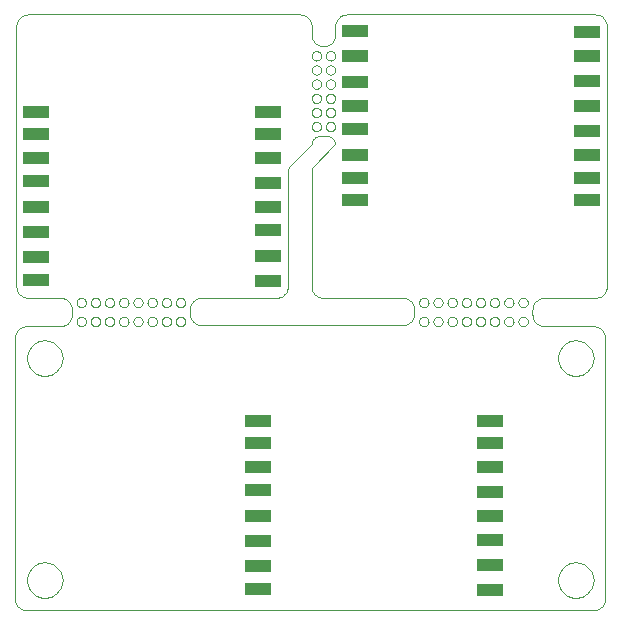
<source format=gbp>
G75*
%MOIN*%
%OFA0B0*%
%FSLAX24Y24*%
%IPPOS*%
%LPD*%
%AMOC8*
5,1,8,0,0,1.08239X$1,22.5*
%
%ADD10C,0.0000*%
%ADD11R,0.0860X0.0420*%
D10*
X003717Y001725D02*
X003717Y010398D01*
X003719Y010437D01*
X003725Y010475D01*
X003734Y010512D01*
X003747Y010549D01*
X003764Y010584D01*
X003783Y010617D01*
X003806Y010648D01*
X003832Y010677D01*
X003861Y010703D01*
X003892Y010726D01*
X003925Y010745D01*
X003960Y010762D01*
X003997Y010775D01*
X004034Y010784D01*
X004072Y010790D01*
X004111Y010792D01*
X005225Y010792D01*
X005225Y010791D02*
X005264Y010793D01*
X005302Y010799D01*
X005339Y010808D01*
X005376Y010821D01*
X005411Y010838D01*
X005444Y010857D01*
X005475Y010880D01*
X005504Y010906D01*
X005530Y010935D01*
X005553Y010966D01*
X005572Y010999D01*
X005589Y011034D01*
X005602Y011071D01*
X005611Y011108D01*
X005617Y011146D01*
X005619Y011185D01*
X005618Y011185D02*
X005618Y011264D01*
X005619Y011342D01*
X005776Y011579D02*
X005778Y011604D01*
X005784Y011628D01*
X005793Y011650D01*
X005806Y011671D01*
X005822Y011690D01*
X005841Y011706D01*
X005862Y011719D01*
X005884Y011728D01*
X005908Y011734D01*
X005933Y011736D01*
X005958Y011734D01*
X005982Y011728D01*
X006004Y011719D01*
X006025Y011706D01*
X006044Y011690D01*
X006060Y011671D01*
X006073Y011650D01*
X006082Y011628D01*
X006088Y011604D01*
X006090Y011579D01*
X006088Y011554D01*
X006082Y011530D01*
X006073Y011508D01*
X006060Y011487D01*
X006044Y011468D01*
X006025Y011452D01*
X006004Y011439D01*
X005982Y011430D01*
X005958Y011424D01*
X005933Y011422D01*
X005908Y011424D01*
X005884Y011430D01*
X005862Y011439D01*
X005841Y011452D01*
X005822Y011468D01*
X005806Y011487D01*
X005793Y011508D01*
X005784Y011530D01*
X005778Y011554D01*
X005776Y011579D01*
X005225Y011736D02*
X004161Y011736D01*
X004122Y011738D01*
X004084Y011744D01*
X004047Y011753D01*
X004010Y011766D01*
X003975Y011783D01*
X003942Y011802D01*
X003911Y011825D01*
X003882Y011851D01*
X003856Y011880D01*
X003833Y011911D01*
X003814Y011944D01*
X003797Y011979D01*
X003784Y012016D01*
X003775Y012053D01*
X003769Y012091D01*
X003767Y012130D01*
X003767Y020791D01*
X003769Y020830D01*
X003775Y020868D01*
X003784Y020905D01*
X003797Y020942D01*
X003814Y020977D01*
X003833Y021010D01*
X003856Y021041D01*
X003882Y021070D01*
X003911Y021096D01*
X003942Y021119D01*
X003975Y021138D01*
X004010Y021155D01*
X004047Y021168D01*
X004084Y021177D01*
X004122Y021183D01*
X004161Y021185D01*
X013216Y021185D01*
X013254Y021183D01*
X013293Y021177D01*
X013330Y021168D01*
X013366Y021155D01*
X013401Y021139D01*
X013435Y021119D01*
X013466Y021096D01*
X013494Y021070D01*
X013520Y021041D01*
X013543Y021010D01*
X013563Y020977D01*
X013580Y020942D01*
X013593Y020906D01*
X013602Y020869D01*
X013608Y020831D01*
X013610Y020792D01*
X013609Y020792D02*
X013610Y020515D01*
X013609Y020515D02*
X013611Y020476D01*
X013617Y020438D01*
X013626Y020401D01*
X013639Y020364D01*
X013656Y020330D01*
X013676Y020297D01*
X013699Y020266D01*
X013725Y020237D01*
X013753Y020211D01*
X013784Y020188D01*
X013818Y020168D01*
X013852Y020152D01*
X013889Y020139D01*
X013926Y020130D01*
X013964Y020124D01*
X014003Y020122D01*
X014004Y020122D01*
X013611Y019807D02*
X013613Y019832D01*
X013619Y019856D01*
X013628Y019878D01*
X013641Y019899D01*
X013657Y019918D01*
X013676Y019934D01*
X013697Y019947D01*
X013719Y019956D01*
X013743Y019962D01*
X013768Y019964D01*
X013793Y019962D01*
X013817Y019956D01*
X013839Y019947D01*
X013860Y019934D01*
X013879Y019918D01*
X013895Y019899D01*
X013908Y019878D01*
X013917Y019856D01*
X013923Y019832D01*
X013925Y019807D01*
X013923Y019782D01*
X013917Y019758D01*
X013908Y019736D01*
X013895Y019715D01*
X013879Y019696D01*
X013860Y019680D01*
X013839Y019667D01*
X013817Y019658D01*
X013793Y019652D01*
X013768Y019650D01*
X013743Y019652D01*
X013719Y019658D01*
X013697Y019667D01*
X013676Y019680D01*
X013657Y019696D01*
X013641Y019715D01*
X013628Y019736D01*
X013619Y019758D01*
X013613Y019782D01*
X013611Y019807D01*
X013611Y019335D02*
X013613Y019360D01*
X013619Y019384D01*
X013628Y019406D01*
X013641Y019427D01*
X013657Y019446D01*
X013676Y019462D01*
X013697Y019475D01*
X013719Y019484D01*
X013743Y019490D01*
X013768Y019492D01*
X013793Y019490D01*
X013817Y019484D01*
X013839Y019475D01*
X013860Y019462D01*
X013879Y019446D01*
X013895Y019427D01*
X013908Y019406D01*
X013917Y019384D01*
X013923Y019360D01*
X013925Y019335D01*
X013923Y019310D01*
X013917Y019286D01*
X013908Y019264D01*
X013895Y019243D01*
X013879Y019224D01*
X013860Y019208D01*
X013839Y019195D01*
X013817Y019186D01*
X013793Y019180D01*
X013768Y019178D01*
X013743Y019180D01*
X013719Y019186D01*
X013697Y019195D01*
X013676Y019208D01*
X013657Y019224D01*
X013641Y019243D01*
X013628Y019264D01*
X013619Y019286D01*
X013613Y019310D01*
X013611Y019335D01*
X013611Y018863D02*
X013613Y018888D01*
X013619Y018912D01*
X013628Y018934D01*
X013641Y018955D01*
X013657Y018974D01*
X013676Y018990D01*
X013697Y019003D01*
X013719Y019012D01*
X013743Y019018D01*
X013768Y019020D01*
X013793Y019018D01*
X013817Y019012D01*
X013839Y019003D01*
X013860Y018990D01*
X013879Y018974D01*
X013895Y018955D01*
X013908Y018934D01*
X013917Y018912D01*
X013923Y018888D01*
X013925Y018863D01*
X013923Y018838D01*
X013917Y018814D01*
X013908Y018792D01*
X013895Y018771D01*
X013879Y018752D01*
X013860Y018736D01*
X013839Y018723D01*
X013817Y018714D01*
X013793Y018708D01*
X013768Y018706D01*
X013743Y018708D01*
X013719Y018714D01*
X013697Y018723D01*
X013676Y018736D01*
X013657Y018752D01*
X013641Y018771D01*
X013628Y018792D01*
X013619Y018814D01*
X013613Y018838D01*
X013611Y018863D01*
X014084Y018863D02*
X014086Y018888D01*
X014092Y018912D01*
X014101Y018934D01*
X014114Y018955D01*
X014130Y018974D01*
X014149Y018990D01*
X014170Y019003D01*
X014192Y019012D01*
X014216Y019018D01*
X014241Y019020D01*
X014266Y019018D01*
X014290Y019012D01*
X014312Y019003D01*
X014333Y018990D01*
X014352Y018974D01*
X014368Y018955D01*
X014381Y018934D01*
X014390Y018912D01*
X014396Y018888D01*
X014398Y018863D01*
X014396Y018838D01*
X014390Y018814D01*
X014381Y018792D01*
X014368Y018771D01*
X014352Y018752D01*
X014333Y018736D01*
X014312Y018723D01*
X014290Y018714D01*
X014266Y018708D01*
X014241Y018706D01*
X014216Y018708D01*
X014192Y018714D01*
X014170Y018723D01*
X014149Y018736D01*
X014130Y018752D01*
X014114Y018771D01*
X014101Y018792D01*
X014092Y018814D01*
X014086Y018838D01*
X014084Y018863D01*
X014084Y019335D02*
X014086Y019360D01*
X014092Y019384D01*
X014101Y019406D01*
X014114Y019427D01*
X014130Y019446D01*
X014149Y019462D01*
X014170Y019475D01*
X014192Y019484D01*
X014216Y019490D01*
X014241Y019492D01*
X014266Y019490D01*
X014290Y019484D01*
X014312Y019475D01*
X014333Y019462D01*
X014352Y019446D01*
X014368Y019427D01*
X014381Y019406D01*
X014390Y019384D01*
X014396Y019360D01*
X014398Y019335D01*
X014396Y019310D01*
X014390Y019286D01*
X014381Y019264D01*
X014368Y019243D01*
X014352Y019224D01*
X014333Y019208D01*
X014312Y019195D01*
X014290Y019186D01*
X014266Y019180D01*
X014241Y019178D01*
X014216Y019180D01*
X014192Y019186D01*
X014170Y019195D01*
X014149Y019208D01*
X014130Y019224D01*
X014114Y019243D01*
X014101Y019264D01*
X014092Y019286D01*
X014086Y019310D01*
X014084Y019335D01*
X014084Y019807D02*
X014086Y019832D01*
X014092Y019856D01*
X014101Y019878D01*
X014114Y019899D01*
X014130Y019918D01*
X014149Y019934D01*
X014170Y019947D01*
X014192Y019956D01*
X014216Y019962D01*
X014241Y019964D01*
X014266Y019962D01*
X014290Y019956D01*
X014312Y019947D01*
X014333Y019934D01*
X014352Y019918D01*
X014368Y019899D01*
X014381Y019878D01*
X014390Y019856D01*
X014396Y019832D01*
X014398Y019807D01*
X014396Y019782D01*
X014390Y019758D01*
X014381Y019736D01*
X014368Y019715D01*
X014352Y019696D01*
X014333Y019680D01*
X014312Y019667D01*
X014290Y019658D01*
X014266Y019652D01*
X014241Y019650D01*
X014216Y019652D01*
X014192Y019658D01*
X014170Y019667D01*
X014149Y019680D01*
X014130Y019696D01*
X014114Y019715D01*
X014101Y019736D01*
X014092Y019758D01*
X014086Y019782D01*
X014084Y019807D01*
X014004Y020122D02*
X014043Y020124D01*
X014081Y020130D01*
X014118Y020139D01*
X014155Y020152D01*
X014190Y020169D01*
X014223Y020188D01*
X014254Y020211D01*
X014283Y020237D01*
X014309Y020266D01*
X014332Y020297D01*
X014351Y020330D01*
X014368Y020365D01*
X014381Y020402D01*
X014390Y020439D01*
X014396Y020477D01*
X014398Y020516D01*
X014398Y020792D01*
X014400Y020831D01*
X014406Y020869D01*
X014415Y020906D01*
X014428Y020943D01*
X014445Y020978D01*
X014464Y021011D01*
X014487Y021042D01*
X014513Y021071D01*
X014542Y021097D01*
X014573Y021120D01*
X014606Y021139D01*
X014641Y021156D01*
X014678Y021169D01*
X014715Y021178D01*
X014753Y021184D01*
X014792Y021186D01*
X014792Y021185D02*
X023059Y021185D01*
X023059Y021186D02*
X023098Y021184D01*
X023136Y021178D01*
X023173Y021169D01*
X023210Y021156D01*
X023245Y021139D01*
X023278Y021120D01*
X023309Y021097D01*
X023338Y021071D01*
X023364Y021042D01*
X023387Y021011D01*
X023406Y020978D01*
X023423Y020943D01*
X023436Y020906D01*
X023445Y020869D01*
X023451Y020831D01*
X023453Y020792D01*
X023453Y012130D01*
X023451Y012091D01*
X023445Y012053D01*
X023436Y012016D01*
X023423Y011979D01*
X023406Y011944D01*
X023387Y011911D01*
X023364Y011880D01*
X023338Y011851D01*
X023309Y011825D01*
X023278Y011802D01*
X023245Y011783D01*
X023210Y011766D01*
X023173Y011753D01*
X023136Y011744D01*
X023098Y011738D01*
X023059Y011736D01*
X023059Y011737D02*
X021367Y011737D01*
X021328Y011735D01*
X021290Y011729D01*
X021253Y011720D01*
X021216Y011707D01*
X021181Y011690D01*
X021148Y011671D01*
X021117Y011648D01*
X021088Y011622D01*
X021062Y011593D01*
X021039Y011562D01*
X021020Y011529D01*
X021003Y011494D01*
X020990Y011457D01*
X020981Y011420D01*
X020975Y011382D01*
X020973Y011343D01*
X020973Y011304D01*
X020973Y011185D01*
X020501Y010949D02*
X020503Y010974D01*
X020509Y010998D01*
X020518Y011020D01*
X020531Y011041D01*
X020547Y011060D01*
X020566Y011076D01*
X020587Y011089D01*
X020609Y011098D01*
X020633Y011104D01*
X020658Y011106D01*
X020683Y011104D01*
X020707Y011098D01*
X020729Y011089D01*
X020750Y011076D01*
X020769Y011060D01*
X020785Y011041D01*
X020798Y011020D01*
X020807Y010998D01*
X020813Y010974D01*
X020815Y010949D01*
X020813Y010924D01*
X020807Y010900D01*
X020798Y010878D01*
X020785Y010857D01*
X020769Y010838D01*
X020750Y010822D01*
X020729Y010809D01*
X020707Y010800D01*
X020683Y010794D01*
X020658Y010792D01*
X020633Y010794D01*
X020609Y010800D01*
X020587Y010809D01*
X020566Y010822D01*
X020547Y010838D01*
X020531Y010857D01*
X020518Y010878D01*
X020509Y010900D01*
X020503Y010924D01*
X020501Y010949D01*
X020028Y010949D02*
X020030Y010974D01*
X020036Y010998D01*
X020045Y011020D01*
X020058Y011041D01*
X020074Y011060D01*
X020093Y011076D01*
X020114Y011089D01*
X020136Y011098D01*
X020160Y011104D01*
X020185Y011106D01*
X020210Y011104D01*
X020234Y011098D01*
X020256Y011089D01*
X020277Y011076D01*
X020296Y011060D01*
X020312Y011041D01*
X020325Y011020D01*
X020334Y010998D01*
X020340Y010974D01*
X020342Y010949D01*
X020340Y010924D01*
X020334Y010900D01*
X020325Y010878D01*
X020312Y010857D01*
X020296Y010838D01*
X020277Y010822D01*
X020256Y010809D01*
X020234Y010800D01*
X020210Y010794D01*
X020185Y010792D01*
X020160Y010794D01*
X020136Y010800D01*
X020114Y010809D01*
X020093Y010822D01*
X020074Y010838D01*
X020058Y010857D01*
X020045Y010878D01*
X020036Y010900D01*
X020030Y010924D01*
X020028Y010949D01*
X019556Y010949D02*
X019558Y010974D01*
X019564Y010998D01*
X019573Y011020D01*
X019586Y011041D01*
X019602Y011060D01*
X019621Y011076D01*
X019642Y011089D01*
X019664Y011098D01*
X019688Y011104D01*
X019713Y011106D01*
X019738Y011104D01*
X019762Y011098D01*
X019784Y011089D01*
X019805Y011076D01*
X019824Y011060D01*
X019840Y011041D01*
X019853Y011020D01*
X019862Y010998D01*
X019868Y010974D01*
X019870Y010949D01*
X019868Y010924D01*
X019862Y010900D01*
X019853Y010878D01*
X019840Y010857D01*
X019824Y010838D01*
X019805Y010822D01*
X019784Y010809D01*
X019762Y010800D01*
X019738Y010794D01*
X019713Y010792D01*
X019688Y010794D01*
X019664Y010800D01*
X019642Y010809D01*
X019621Y010822D01*
X019602Y010838D01*
X019586Y010857D01*
X019573Y010878D01*
X019564Y010900D01*
X019558Y010924D01*
X019556Y010949D01*
X019084Y010949D02*
X019086Y010974D01*
X019092Y010998D01*
X019101Y011020D01*
X019114Y011041D01*
X019130Y011060D01*
X019149Y011076D01*
X019170Y011089D01*
X019192Y011098D01*
X019216Y011104D01*
X019241Y011106D01*
X019266Y011104D01*
X019290Y011098D01*
X019312Y011089D01*
X019333Y011076D01*
X019352Y011060D01*
X019368Y011041D01*
X019381Y011020D01*
X019390Y010998D01*
X019396Y010974D01*
X019398Y010949D01*
X019396Y010924D01*
X019390Y010900D01*
X019381Y010878D01*
X019368Y010857D01*
X019352Y010838D01*
X019333Y010822D01*
X019312Y010809D01*
X019290Y010800D01*
X019266Y010794D01*
X019241Y010792D01*
X019216Y010794D01*
X019192Y010800D01*
X019170Y010809D01*
X019149Y010822D01*
X019130Y010838D01*
X019114Y010857D01*
X019101Y010878D01*
X019092Y010900D01*
X019086Y010924D01*
X019084Y010949D01*
X018611Y010949D02*
X018613Y010974D01*
X018619Y010998D01*
X018628Y011020D01*
X018641Y011041D01*
X018657Y011060D01*
X018676Y011076D01*
X018697Y011089D01*
X018719Y011098D01*
X018743Y011104D01*
X018768Y011106D01*
X018793Y011104D01*
X018817Y011098D01*
X018839Y011089D01*
X018860Y011076D01*
X018879Y011060D01*
X018895Y011041D01*
X018908Y011020D01*
X018917Y010998D01*
X018923Y010974D01*
X018925Y010949D01*
X018923Y010924D01*
X018917Y010900D01*
X018908Y010878D01*
X018895Y010857D01*
X018879Y010838D01*
X018860Y010822D01*
X018839Y010809D01*
X018817Y010800D01*
X018793Y010794D01*
X018768Y010792D01*
X018743Y010794D01*
X018719Y010800D01*
X018697Y010809D01*
X018676Y010822D01*
X018657Y010838D01*
X018641Y010857D01*
X018628Y010878D01*
X018619Y010900D01*
X018613Y010924D01*
X018611Y010949D01*
X018139Y010949D02*
X018141Y010974D01*
X018147Y010998D01*
X018156Y011020D01*
X018169Y011041D01*
X018185Y011060D01*
X018204Y011076D01*
X018225Y011089D01*
X018247Y011098D01*
X018271Y011104D01*
X018296Y011106D01*
X018321Y011104D01*
X018345Y011098D01*
X018367Y011089D01*
X018388Y011076D01*
X018407Y011060D01*
X018423Y011041D01*
X018436Y011020D01*
X018445Y010998D01*
X018451Y010974D01*
X018453Y010949D01*
X018451Y010924D01*
X018445Y010900D01*
X018436Y010878D01*
X018423Y010857D01*
X018407Y010838D01*
X018388Y010822D01*
X018367Y010809D01*
X018345Y010800D01*
X018321Y010794D01*
X018296Y010792D01*
X018271Y010794D01*
X018247Y010800D01*
X018225Y010809D01*
X018204Y010822D01*
X018185Y010838D01*
X018169Y010857D01*
X018156Y010878D01*
X018147Y010900D01*
X018141Y010924D01*
X018139Y010949D01*
X017666Y010949D02*
X017668Y010974D01*
X017674Y010998D01*
X017683Y011020D01*
X017696Y011041D01*
X017712Y011060D01*
X017731Y011076D01*
X017752Y011089D01*
X017774Y011098D01*
X017798Y011104D01*
X017823Y011106D01*
X017848Y011104D01*
X017872Y011098D01*
X017894Y011089D01*
X017915Y011076D01*
X017934Y011060D01*
X017950Y011041D01*
X017963Y011020D01*
X017972Y010998D01*
X017978Y010974D01*
X017980Y010949D01*
X017978Y010924D01*
X017972Y010900D01*
X017963Y010878D01*
X017950Y010857D01*
X017934Y010838D01*
X017915Y010822D01*
X017894Y010809D01*
X017872Y010800D01*
X017848Y010794D01*
X017823Y010792D01*
X017798Y010794D01*
X017774Y010800D01*
X017752Y010809D01*
X017731Y010822D01*
X017712Y010838D01*
X017696Y010857D01*
X017683Y010878D01*
X017674Y010900D01*
X017668Y010924D01*
X017666Y010949D01*
X017194Y010949D02*
X017196Y010974D01*
X017202Y010998D01*
X017211Y011020D01*
X017224Y011041D01*
X017240Y011060D01*
X017259Y011076D01*
X017280Y011089D01*
X017302Y011098D01*
X017326Y011104D01*
X017351Y011106D01*
X017376Y011104D01*
X017400Y011098D01*
X017422Y011089D01*
X017443Y011076D01*
X017462Y011060D01*
X017478Y011041D01*
X017491Y011020D01*
X017500Y010998D01*
X017506Y010974D01*
X017508Y010949D01*
X017506Y010924D01*
X017500Y010900D01*
X017491Y010878D01*
X017478Y010857D01*
X017462Y010838D01*
X017443Y010822D01*
X017422Y010809D01*
X017400Y010800D01*
X017376Y010794D01*
X017351Y010792D01*
X017326Y010794D01*
X017302Y010800D01*
X017280Y010809D01*
X017259Y010822D01*
X017240Y010838D01*
X017224Y010857D01*
X017211Y010878D01*
X017202Y010900D01*
X017196Y010924D01*
X017194Y010949D01*
X017036Y011225D02*
X017036Y011304D01*
X017036Y011343D01*
X017034Y011382D01*
X017028Y011420D01*
X017019Y011457D01*
X017006Y011494D01*
X016989Y011529D01*
X016970Y011562D01*
X016947Y011593D01*
X016921Y011622D01*
X016892Y011648D01*
X016861Y011671D01*
X016828Y011690D01*
X016793Y011707D01*
X016756Y011720D01*
X016719Y011729D01*
X016681Y011735D01*
X016642Y011737D01*
X014004Y011737D01*
X014004Y011736D02*
X013965Y011738D01*
X013927Y011744D01*
X013890Y011753D01*
X013853Y011766D01*
X013818Y011783D01*
X013785Y011802D01*
X013754Y011825D01*
X013725Y011851D01*
X013699Y011880D01*
X013676Y011911D01*
X013657Y011944D01*
X013640Y011979D01*
X013627Y012016D01*
X013618Y012053D01*
X013612Y012091D01*
X013610Y012130D01*
X013611Y012130D02*
X013611Y016067D01*
X014398Y016855D01*
X014396Y016886D01*
X014391Y016916D01*
X014383Y016946D01*
X014371Y016975D01*
X014356Y017002D01*
X014338Y017027D01*
X014317Y017050D01*
X014294Y017071D01*
X014269Y017089D01*
X014242Y017104D01*
X014213Y017116D01*
X014183Y017124D01*
X014153Y017129D01*
X014122Y017131D01*
X014122Y017130D02*
X014004Y017130D01*
X013887Y017130D01*
X013856Y017128D01*
X013826Y017123D01*
X013796Y017115D01*
X013767Y017103D01*
X013740Y017088D01*
X013715Y017070D01*
X013692Y017049D01*
X013671Y017026D01*
X013653Y017001D01*
X013638Y016974D01*
X013626Y016945D01*
X013617Y016916D01*
X013612Y016885D01*
X013610Y016854D01*
X013609Y016854D02*
X012937Y016182D01*
X012822Y015904D02*
X012822Y012130D01*
X012822Y012129D02*
X012820Y012091D01*
X012814Y012053D01*
X012804Y012016D01*
X012791Y011979D01*
X012775Y011944D01*
X012755Y011911D01*
X012732Y011881D01*
X012706Y011852D01*
X012677Y011826D01*
X012647Y011803D01*
X012613Y011783D01*
X012579Y011767D01*
X012542Y011754D01*
X012505Y011744D01*
X012467Y011738D01*
X012428Y011736D01*
X009949Y011737D01*
X009910Y011735D01*
X009872Y011729D01*
X009835Y011720D01*
X009798Y011707D01*
X009763Y011690D01*
X009730Y011671D01*
X009699Y011648D01*
X009670Y011622D01*
X009644Y011593D01*
X009621Y011562D01*
X009602Y011529D01*
X009585Y011494D01*
X009572Y011457D01*
X009563Y011420D01*
X009557Y011382D01*
X009555Y011343D01*
X009555Y011225D01*
X009084Y011579D02*
X009086Y011604D01*
X009092Y011628D01*
X009101Y011650D01*
X009114Y011671D01*
X009130Y011690D01*
X009149Y011706D01*
X009170Y011719D01*
X009192Y011728D01*
X009216Y011734D01*
X009241Y011736D01*
X009266Y011734D01*
X009290Y011728D01*
X009312Y011719D01*
X009333Y011706D01*
X009352Y011690D01*
X009368Y011671D01*
X009381Y011650D01*
X009390Y011628D01*
X009396Y011604D01*
X009398Y011579D01*
X009396Y011554D01*
X009390Y011530D01*
X009381Y011508D01*
X009368Y011487D01*
X009352Y011468D01*
X009333Y011452D01*
X009312Y011439D01*
X009290Y011430D01*
X009266Y011424D01*
X009241Y011422D01*
X009216Y011424D01*
X009192Y011430D01*
X009170Y011439D01*
X009149Y011452D01*
X009130Y011468D01*
X009114Y011487D01*
X009101Y011508D01*
X009092Y011530D01*
X009086Y011554D01*
X009084Y011579D01*
X008611Y011579D02*
X008613Y011604D01*
X008619Y011628D01*
X008628Y011650D01*
X008641Y011671D01*
X008657Y011690D01*
X008676Y011706D01*
X008697Y011719D01*
X008719Y011728D01*
X008743Y011734D01*
X008768Y011736D01*
X008793Y011734D01*
X008817Y011728D01*
X008839Y011719D01*
X008860Y011706D01*
X008879Y011690D01*
X008895Y011671D01*
X008908Y011650D01*
X008917Y011628D01*
X008923Y011604D01*
X008925Y011579D01*
X008923Y011554D01*
X008917Y011530D01*
X008908Y011508D01*
X008895Y011487D01*
X008879Y011468D01*
X008860Y011452D01*
X008839Y011439D01*
X008817Y011430D01*
X008793Y011424D01*
X008768Y011422D01*
X008743Y011424D01*
X008719Y011430D01*
X008697Y011439D01*
X008676Y011452D01*
X008657Y011468D01*
X008641Y011487D01*
X008628Y011508D01*
X008619Y011530D01*
X008613Y011554D01*
X008611Y011579D01*
X008139Y011579D02*
X008141Y011604D01*
X008147Y011628D01*
X008156Y011650D01*
X008169Y011671D01*
X008185Y011690D01*
X008204Y011706D01*
X008225Y011719D01*
X008247Y011728D01*
X008271Y011734D01*
X008296Y011736D01*
X008321Y011734D01*
X008345Y011728D01*
X008367Y011719D01*
X008388Y011706D01*
X008407Y011690D01*
X008423Y011671D01*
X008436Y011650D01*
X008445Y011628D01*
X008451Y011604D01*
X008453Y011579D01*
X008451Y011554D01*
X008445Y011530D01*
X008436Y011508D01*
X008423Y011487D01*
X008407Y011468D01*
X008388Y011452D01*
X008367Y011439D01*
X008345Y011430D01*
X008321Y011424D01*
X008296Y011422D01*
X008271Y011424D01*
X008247Y011430D01*
X008225Y011439D01*
X008204Y011452D01*
X008185Y011468D01*
X008169Y011487D01*
X008156Y011508D01*
X008147Y011530D01*
X008141Y011554D01*
X008139Y011579D01*
X007666Y011579D02*
X007668Y011604D01*
X007674Y011628D01*
X007683Y011650D01*
X007696Y011671D01*
X007712Y011690D01*
X007731Y011706D01*
X007752Y011719D01*
X007774Y011728D01*
X007798Y011734D01*
X007823Y011736D01*
X007848Y011734D01*
X007872Y011728D01*
X007894Y011719D01*
X007915Y011706D01*
X007934Y011690D01*
X007950Y011671D01*
X007963Y011650D01*
X007972Y011628D01*
X007978Y011604D01*
X007980Y011579D01*
X007978Y011554D01*
X007972Y011530D01*
X007963Y011508D01*
X007950Y011487D01*
X007934Y011468D01*
X007915Y011452D01*
X007894Y011439D01*
X007872Y011430D01*
X007848Y011424D01*
X007823Y011422D01*
X007798Y011424D01*
X007774Y011430D01*
X007752Y011439D01*
X007731Y011452D01*
X007712Y011468D01*
X007696Y011487D01*
X007683Y011508D01*
X007674Y011530D01*
X007668Y011554D01*
X007666Y011579D01*
X007194Y011579D02*
X007196Y011604D01*
X007202Y011628D01*
X007211Y011650D01*
X007224Y011671D01*
X007240Y011690D01*
X007259Y011706D01*
X007280Y011719D01*
X007302Y011728D01*
X007326Y011734D01*
X007351Y011736D01*
X007376Y011734D01*
X007400Y011728D01*
X007422Y011719D01*
X007443Y011706D01*
X007462Y011690D01*
X007478Y011671D01*
X007491Y011650D01*
X007500Y011628D01*
X007506Y011604D01*
X007508Y011579D01*
X007506Y011554D01*
X007500Y011530D01*
X007491Y011508D01*
X007478Y011487D01*
X007462Y011468D01*
X007443Y011452D01*
X007422Y011439D01*
X007400Y011430D01*
X007376Y011424D01*
X007351Y011422D01*
X007326Y011424D01*
X007302Y011430D01*
X007280Y011439D01*
X007259Y011452D01*
X007240Y011468D01*
X007224Y011487D01*
X007211Y011508D01*
X007202Y011530D01*
X007196Y011554D01*
X007194Y011579D01*
X006721Y011579D02*
X006723Y011604D01*
X006729Y011628D01*
X006738Y011650D01*
X006751Y011671D01*
X006767Y011690D01*
X006786Y011706D01*
X006807Y011719D01*
X006829Y011728D01*
X006853Y011734D01*
X006878Y011736D01*
X006903Y011734D01*
X006927Y011728D01*
X006949Y011719D01*
X006970Y011706D01*
X006989Y011690D01*
X007005Y011671D01*
X007018Y011650D01*
X007027Y011628D01*
X007033Y011604D01*
X007035Y011579D01*
X007033Y011554D01*
X007027Y011530D01*
X007018Y011508D01*
X007005Y011487D01*
X006989Y011468D01*
X006970Y011452D01*
X006949Y011439D01*
X006927Y011430D01*
X006903Y011424D01*
X006878Y011422D01*
X006853Y011424D01*
X006829Y011430D01*
X006807Y011439D01*
X006786Y011452D01*
X006767Y011468D01*
X006751Y011487D01*
X006738Y011508D01*
X006729Y011530D01*
X006723Y011554D01*
X006721Y011579D01*
X006249Y011579D02*
X006251Y011604D01*
X006257Y011628D01*
X006266Y011650D01*
X006279Y011671D01*
X006295Y011690D01*
X006314Y011706D01*
X006335Y011719D01*
X006357Y011728D01*
X006381Y011734D01*
X006406Y011736D01*
X006431Y011734D01*
X006455Y011728D01*
X006477Y011719D01*
X006498Y011706D01*
X006517Y011690D01*
X006533Y011671D01*
X006546Y011650D01*
X006555Y011628D01*
X006561Y011604D01*
X006563Y011579D01*
X006561Y011554D01*
X006555Y011530D01*
X006546Y011508D01*
X006533Y011487D01*
X006517Y011468D01*
X006498Y011452D01*
X006477Y011439D01*
X006455Y011430D01*
X006431Y011424D01*
X006406Y011422D01*
X006381Y011424D01*
X006357Y011430D01*
X006335Y011439D01*
X006314Y011452D01*
X006295Y011468D01*
X006279Y011487D01*
X006266Y011508D01*
X006257Y011530D01*
X006251Y011554D01*
X006249Y011579D01*
X006249Y010949D02*
X006251Y010974D01*
X006257Y010998D01*
X006266Y011020D01*
X006279Y011041D01*
X006295Y011060D01*
X006314Y011076D01*
X006335Y011089D01*
X006357Y011098D01*
X006381Y011104D01*
X006406Y011106D01*
X006431Y011104D01*
X006455Y011098D01*
X006477Y011089D01*
X006498Y011076D01*
X006517Y011060D01*
X006533Y011041D01*
X006546Y011020D01*
X006555Y010998D01*
X006561Y010974D01*
X006563Y010949D01*
X006561Y010924D01*
X006555Y010900D01*
X006546Y010878D01*
X006533Y010857D01*
X006517Y010838D01*
X006498Y010822D01*
X006477Y010809D01*
X006455Y010800D01*
X006431Y010794D01*
X006406Y010792D01*
X006381Y010794D01*
X006357Y010800D01*
X006335Y010809D01*
X006314Y010822D01*
X006295Y010838D01*
X006279Y010857D01*
X006266Y010878D01*
X006257Y010900D01*
X006251Y010924D01*
X006249Y010949D01*
X005776Y010949D02*
X005778Y010974D01*
X005784Y010998D01*
X005793Y011020D01*
X005806Y011041D01*
X005822Y011060D01*
X005841Y011076D01*
X005862Y011089D01*
X005884Y011098D01*
X005908Y011104D01*
X005933Y011106D01*
X005958Y011104D01*
X005982Y011098D01*
X006004Y011089D01*
X006025Y011076D01*
X006044Y011060D01*
X006060Y011041D01*
X006073Y011020D01*
X006082Y010998D01*
X006088Y010974D01*
X006090Y010949D01*
X006088Y010924D01*
X006082Y010900D01*
X006073Y010878D01*
X006060Y010857D01*
X006044Y010838D01*
X006025Y010822D01*
X006004Y010809D01*
X005982Y010800D01*
X005958Y010794D01*
X005933Y010792D01*
X005908Y010794D01*
X005884Y010800D01*
X005862Y010809D01*
X005841Y010822D01*
X005822Y010838D01*
X005806Y010857D01*
X005793Y010878D01*
X005784Y010900D01*
X005778Y010924D01*
X005776Y010949D01*
X005619Y011343D02*
X005617Y011381D01*
X005611Y011420D01*
X005602Y011457D01*
X005589Y011494D01*
X005573Y011529D01*
X005553Y011562D01*
X005530Y011593D01*
X005504Y011622D01*
X005475Y011648D01*
X005444Y011671D01*
X005411Y011690D01*
X005376Y011707D01*
X005339Y011720D01*
X005302Y011729D01*
X005264Y011735D01*
X005225Y011737D01*
X006721Y010949D02*
X006723Y010974D01*
X006729Y010998D01*
X006738Y011020D01*
X006751Y011041D01*
X006767Y011060D01*
X006786Y011076D01*
X006807Y011089D01*
X006829Y011098D01*
X006853Y011104D01*
X006878Y011106D01*
X006903Y011104D01*
X006927Y011098D01*
X006949Y011089D01*
X006970Y011076D01*
X006989Y011060D01*
X007005Y011041D01*
X007018Y011020D01*
X007027Y010998D01*
X007033Y010974D01*
X007035Y010949D01*
X007033Y010924D01*
X007027Y010900D01*
X007018Y010878D01*
X007005Y010857D01*
X006989Y010838D01*
X006970Y010822D01*
X006949Y010809D01*
X006927Y010800D01*
X006903Y010794D01*
X006878Y010792D01*
X006853Y010794D01*
X006829Y010800D01*
X006807Y010809D01*
X006786Y010822D01*
X006767Y010838D01*
X006751Y010857D01*
X006738Y010878D01*
X006729Y010900D01*
X006723Y010924D01*
X006721Y010949D01*
X007194Y010949D02*
X007196Y010974D01*
X007202Y010998D01*
X007211Y011020D01*
X007224Y011041D01*
X007240Y011060D01*
X007259Y011076D01*
X007280Y011089D01*
X007302Y011098D01*
X007326Y011104D01*
X007351Y011106D01*
X007376Y011104D01*
X007400Y011098D01*
X007422Y011089D01*
X007443Y011076D01*
X007462Y011060D01*
X007478Y011041D01*
X007491Y011020D01*
X007500Y010998D01*
X007506Y010974D01*
X007508Y010949D01*
X007506Y010924D01*
X007500Y010900D01*
X007491Y010878D01*
X007478Y010857D01*
X007462Y010838D01*
X007443Y010822D01*
X007422Y010809D01*
X007400Y010800D01*
X007376Y010794D01*
X007351Y010792D01*
X007326Y010794D01*
X007302Y010800D01*
X007280Y010809D01*
X007259Y010822D01*
X007240Y010838D01*
X007224Y010857D01*
X007211Y010878D01*
X007202Y010900D01*
X007196Y010924D01*
X007194Y010949D01*
X007666Y010949D02*
X007668Y010974D01*
X007674Y010998D01*
X007683Y011020D01*
X007696Y011041D01*
X007712Y011060D01*
X007731Y011076D01*
X007752Y011089D01*
X007774Y011098D01*
X007798Y011104D01*
X007823Y011106D01*
X007848Y011104D01*
X007872Y011098D01*
X007894Y011089D01*
X007915Y011076D01*
X007934Y011060D01*
X007950Y011041D01*
X007963Y011020D01*
X007972Y010998D01*
X007978Y010974D01*
X007980Y010949D01*
X007978Y010924D01*
X007972Y010900D01*
X007963Y010878D01*
X007950Y010857D01*
X007934Y010838D01*
X007915Y010822D01*
X007894Y010809D01*
X007872Y010800D01*
X007848Y010794D01*
X007823Y010792D01*
X007798Y010794D01*
X007774Y010800D01*
X007752Y010809D01*
X007731Y010822D01*
X007712Y010838D01*
X007696Y010857D01*
X007683Y010878D01*
X007674Y010900D01*
X007668Y010924D01*
X007666Y010949D01*
X008139Y010949D02*
X008141Y010974D01*
X008147Y010998D01*
X008156Y011020D01*
X008169Y011041D01*
X008185Y011060D01*
X008204Y011076D01*
X008225Y011089D01*
X008247Y011098D01*
X008271Y011104D01*
X008296Y011106D01*
X008321Y011104D01*
X008345Y011098D01*
X008367Y011089D01*
X008388Y011076D01*
X008407Y011060D01*
X008423Y011041D01*
X008436Y011020D01*
X008445Y010998D01*
X008451Y010974D01*
X008453Y010949D01*
X008451Y010924D01*
X008445Y010900D01*
X008436Y010878D01*
X008423Y010857D01*
X008407Y010838D01*
X008388Y010822D01*
X008367Y010809D01*
X008345Y010800D01*
X008321Y010794D01*
X008296Y010792D01*
X008271Y010794D01*
X008247Y010800D01*
X008225Y010809D01*
X008204Y010822D01*
X008185Y010838D01*
X008169Y010857D01*
X008156Y010878D01*
X008147Y010900D01*
X008141Y010924D01*
X008139Y010949D01*
X008611Y010949D02*
X008613Y010974D01*
X008619Y010998D01*
X008628Y011020D01*
X008641Y011041D01*
X008657Y011060D01*
X008676Y011076D01*
X008697Y011089D01*
X008719Y011098D01*
X008743Y011104D01*
X008768Y011106D01*
X008793Y011104D01*
X008817Y011098D01*
X008839Y011089D01*
X008860Y011076D01*
X008879Y011060D01*
X008895Y011041D01*
X008908Y011020D01*
X008917Y010998D01*
X008923Y010974D01*
X008925Y010949D01*
X008923Y010924D01*
X008917Y010900D01*
X008908Y010878D01*
X008895Y010857D01*
X008879Y010838D01*
X008860Y010822D01*
X008839Y010809D01*
X008817Y010800D01*
X008793Y010794D01*
X008768Y010792D01*
X008743Y010794D01*
X008719Y010800D01*
X008697Y010809D01*
X008676Y010822D01*
X008657Y010838D01*
X008641Y010857D01*
X008628Y010878D01*
X008619Y010900D01*
X008613Y010924D01*
X008611Y010949D01*
X009084Y010949D02*
X009086Y010974D01*
X009092Y010998D01*
X009101Y011020D01*
X009114Y011041D01*
X009130Y011060D01*
X009149Y011076D01*
X009170Y011089D01*
X009192Y011098D01*
X009216Y011104D01*
X009241Y011106D01*
X009266Y011104D01*
X009290Y011098D01*
X009312Y011089D01*
X009333Y011076D01*
X009352Y011060D01*
X009368Y011041D01*
X009381Y011020D01*
X009390Y010998D01*
X009396Y010974D01*
X009398Y010949D01*
X009396Y010924D01*
X009390Y010900D01*
X009381Y010878D01*
X009368Y010857D01*
X009352Y010838D01*
X009333Y010822D01*
X009312Y010809D01*
X009290Y010800D01*
X009266Y010794D01*
X009241Y010792D01*
X009216Y010794D01*
X009192Y010800D01*
X009170Y010809D01*
X009149Y010822D01*
X009130Y010838D01*
X009114Y010857D01*
X009101Y010878D01*
X009092Y010900D01*
X009086Y010924D01*
X009084Y010949D01*
X009949Y010831D02*
X016642Y010831D01*
X016681Y010833D01*
X016719Y010839D01*
X016756Y010848D01*
X016793Y010861D01*
X016828Y010878D01*
X016861Y010897D01*
X016892Y010920D01*
X016921Y010946D01*
X016947Y010975D01*
X016970Y011006D01*
X016989Y011039D01*
X017006Y011074D01*
X017019Y011111D01*
X017028Y011148D01*
X017034Y011186D01*
X017036Y011225D01*
X017194Y011579D02*
X017196Y011604D01*
X017202Y011628D01*
X017211Y011650D01*
X017224Y011671D01*
X017240Y011690D01*
X017259Y011706D01*
X017280Y011719D01*
X017302Y011728D01*
X017326Y011734D01*
X017351Y011736D01*
X017376Y011734D01*
X017400Y011728D01*
X017422Y011719D01*
X017443Y011706D01*
X017462Y011690D01*
X017478Y011671D01*
X017491Y011650D01*
X017500Y011628D01*
X017506Y011604D01*
X017508Y011579D01*
X017506Y011554D01*
X017500Y011530D01*
X017491Y011508D01*
X017478Y011487D01*
X017462Y011468D01*
X017443Y011452D01*
X017422Y011439D01*
X017400Y011430D01*
X017376Y011424D01*
X017351Y011422D01*
X017326Y011424D01*
X017302Y011430D01*
X017280Y011439D01*
X017259Y011452D01*
X017240Y011468D01*
X017224Y011487D01*
X017211Y011508D01*
X017202Y011530D01*
X017196Y011554D01*
X017194Y011579D01*
X017666Y011579D02*
X017668Y011604D01*
X017674Y011628D01*
X017683Y011650D01*
X017696Y011671D01*
X017712Y011690D01*
X017731Y011706D01*
X017752Y011719D01*
X017774Y011728D01*
X017798Y011734D01*
X017823Y011736D01*
X017848Y011734D01*
X017872Y011728D01*
X017894Y011719D01*
X017915Y011706D01*
X017934Y011690D01*
X017950Y011671D01*
X017963Y011650D01*
X017972Y011628D01*
X017978Y011604D01*
X017980Y011579D01*
X017978Y011554D01*
X017972Y011530D01*
X017963Y011508D01*
X017950Y011487D01*
X017934Y011468D01*
X017915Y011452D01*
X017894Y011439D01*
X017872Y011430D01*
X017848Y011424D01*
X017823Y011422D01*
X017798Y011424D01*
X017774Y011430D01*
X017752Y011439D01*
X017731Y011452D01*
X017712Y011468D01*
X017696Y011487D01*
X017683Y011508D01*
X017674Y011530D01*
X017668Y011554D01*
X017666Y011579D01*
X018139Y011579D02*
X018141Y011604D01*
X018147Y011628D01*
X018156Y011650D01*
X018169Y011671D01*
X018185Y011690D01*
X018204Y011706D01*
X018225Y011719D01*
X018247Y011728D01*
X018271Y011734D01*
X018296Y011736D01*
X018321Y011734D01*
X018345Y011728D01*
X018367Y011719D01*
X018388Y011706D01*
X018407Y011690D01*
X018423Y011671D01*
X018436Y011650D01*
X018445Y011628D01*
X018451Y011604D01*
X018453Y011579D01*
X018451Y011554D01*
X018445Y011530D01*
X018436Y011508D01*
X018423Y011487D01*
X018407Y011468D01*
X018388Y011452D01*
X018367Y011439D01*
X018345Y011430D01*
X018321Y011424D01*
X018296Y011422D01*
X018271Y011424D01*
X018247Y011430D01*
X018225Y011439D01*
X018204Y011452D01*
X018185Y011468D01*
X018169Y011487D01*
X018156Y011508D01*
X018147Y011530D01*
X018141Y011554D01*
X018139Y011579D01*
X018611Y011579D02*
X018613Y011604D01*
X018619Y011628D01*
X018628Y011650D01*
X018641Y011671D01*
X018657Y011690D01*
X018676Y011706D01*
X018697Y011719D01*
X018719Y011728D01*
X018743Y011734D01*
X018768Y011736D01*
X018793Y011734D01*
X018817Y011728D01*
X018839Y011719D01*
X018860Y011706D01*
X018879Y011690D01*
X018895Y011671D01*
X018908Y011650D01*
X018917Y011628D01*
X018923Y011604D01*
X018925Y011579D01*
X018923Y011554D01*
X018917Y011530D01*
X018908Y011508D01*
X018895Y011487D01*
X018879Y011468D01*
X018860Y011452D01*
X018839Y011439D01*
X018817Y011430D01*
X018793Y011424D01*
X018768Y011422D01*
X018743Y011424D01*
X018719Y011430D01*
X018697Y011439D01*
X018676Y011452D01*
X018657Y011468D01*
X018641Y011487D01*
X018628Y011508D01*
X018619Y011530D01*
X018613Y011554D01*
X018611Y011579D01*
X019084Y011579D02*
X019086Y011604D01*
X019092Y011628D01*
X019101Y011650D01*
X019114Y011671D01*
X019130Y011690D01*
X019149Y011706D01*
X019170Y011719D01*
X019192Y011728D01*
X019216Y011734D01*
X019241Y011736D01*
X019266Y011734D01*
X019290Y011728D01*
X019312Y011719D01*
X019333Y011706D01*
X019352Y011690D01*
X019368Y011671D01*
X019381Y011650D01*
X019390Y011628D01*
X019396Y011604D01*
X019398Y011579D01*
X019396Y011554D01*
X019390Y011530D01*
X019381Y011508D01*
X019368Y011487D01*
X019352Y011468D01*
X019333Y011452D01*
X019312Y011439D01*
X019290Y011430D01*
X019266Y011424D01*
X019241Y011422D01*
X019216Y011424D01*
X019192Y011430D01*
X019170Y011439D01*
X019149Y011452D01*
X019130Y011468D01*
X019114Y011487D01*
X019101Y011508D01*
X019092Y011530D01*
X019086Y011554D01*
X019084Y011579D01*
X019556Y011579D02*
X019558Y011604D01*
X019564Y011628D01*
X019573Y011650D01*
X019586Y011671D01*
X019602Y011690D01*
X019621Y011706D01*
X019642Y011719D01*
X019664Y011728D01*
X019688Y011734D01*
X019713Y011736D01*
X019738Y011734D01*
X019762Y011728D01*
X019784Y011719D01*
X019805Y011706D01*
X019824Y011690D01*
X019840Y011671D01*
X019853Y011650D01*
X019862Y011628D01*
X019868Y011604D01*
X019870Y011579D01*
X019868Y011554D01*
X019862Y011530D01*
X019853Y011508D01*
X019840Y011487D01*
X019824Y011468D01*
X019805Y011452D01*
X019784Y011439D01*
X019762Y011430D01*
X019738Y011424D01*
X019713Y011422D01*
X019688Y011424D01*
X019664Y011430D01*
X019642Y011439D01*
X019621Y011452D01*
X019602Y011468D01*
X019586Y011487D01*
X019573Y011508D01*
X019564Y011530D01*
X019558Y011554D01*
X019556Y011579D01*
X020028Y011579D02*
X020030Y011604D01*
X020036Y011628D01*
X020045Y011650D01*
X020058Y011671D01*
X020074Y011690D01*
X020093Y011706D01*
X020114Y011719D01*
X020136Y011728D01*
X020160Y011734D01*
X020185Y011736D01*
X020210Y011734D01*
X020234Y011728D01*
X020256Y011719D01*
X020277Y011706D01*
X020296Y011690D01*
X020312Y011671D01*
X020325Y011650D01*
X020334Y011628D01*
X020340Y011604D01*
X020342Y011579D01*
X020340Y011554D01*
X020334Y011530D01*
X020325Y011508D01*
X020312Y011487D01*
X020296Y011468D01*
X020277Y011452D01*
X020256Y011439D01*
X020234Y011430D01*
X020210Y011424D01*
X020185Y011422D01*
X020160Y011424D01*
X020136Y011430D01*
X020114Y011439D01*
X020093Y011452D01*
X020074Y011468D01*
X020058Y011487D01*
X020045Y011508D01*
X020036Y011530D01*
X020030Y011554D01*
X020028Y011579D01*
X020501Y011579D02*
X020503Y011604D01*
X020509Y011628D01*
X020518Y011650D01*
X020531Y011671D01*
X020547Y011690D01*
X020566Y011706D01*
X020587Y011719D01*
X020609Y011728D01*
X020633Y011734D01*
X020658Y011736D01*
X020683Y011734D01*
X020707Y011728D01*
X020729Y011719D01*
X020750Y011706D01*
X020769Y011690D01*
X020785Y011671D01*
X020798Y011650D01*
X020807Y011628D01*
X020813Y011604D01*
X020815Y011579D01*
X020813Y011554D01*
X020807Y011530D01*
X020798Y011508D01*
X020785Y011487D01*
X020769Y011468D01*
X020750Y011452D01*
X020729Y011439D01*
X020707Y011430D01*
X020683Y011424D01*
X020658Y011422D01*
X020633Y011424D01*
X020609Y011430D01*
X020587Y011439D01*
X020566Y011452D01*
X020547Y011468D01*
X020531Y011487D01*
X020518Y011508D01*
X020509Y011530D01*
X020503Y011554D01*
X020501Y011579D01*
X020973Y011185D02*
X020975Y011146D01*
X020981Y011108D01*
X020990Y011071D01*
X021003Y011034D01*
X021020Y010999D01*
X021039Y010966D01*
X021062Y010935D01*
X021088Y010906D01*
X021117Y010880D01*
X021148Y010857D01*
X021181Y010838D01*
X021216Y010821D01*
X021253Y010808D01*
X021290Y010799D01*
X021328Y010793D01*
X021367Y010791D01*
X021367Y010792D02*
X022626Y010792D01*
X023008Y010792D01*
X023047Y010790D01*
X023085Y010784D01*
X023122Y010775D01*
X023159Y010762D01*
X023194Y010745D01*
X023227Y010726D01*
X023258Y010703D01*
X023287Y010677D01*
X023313Y010648D01*
X023336Y010617D01*
X023355Y010584D01*
X023372Y010549D01*
X023385Y010512D01*
X023394Y010475D01*
X023400Y010437D01*
X023402Y010398D01*
X023402Y001725D01*
X023400Y001686D01*
X023394Y001648D01*
X023385Y001611D01*
X023372Y001574D01*
X023355Y001539D01*
X023336Y001506D01*
X023313Y001475D01*
X023287Y001446D01*
X023258Y001420D01*
X023227Y001397D01*
X023194Y001378D01*
X023159Y001361D01*
X023122Y001348D01*
X023085Y001339D01*
X023047Y001333D01*
X023008Y001331D01*
X004111Y001331D01*
X004072Y001333D01*
X004034Y001339D01*
X003997Y001348D01*
X003960Y001361D01*
X003925Y001378D01*
X003892Y001397D01*
X003861Y001420D01*
X003832Y001446D01*
X003806Y001475D01*
X003783Y001506D01*
X003764Y001539D01*
X003747Y001574D01*
X003734Y001611D01*
X003725Y001648D01*
X003719Y001686D01*
X003717Y001725D01*
X004126Y002331D02*
X004128Y002379D01*
X004134Y002427D01*
X004144Y002474D01*
X004157Y002520D01*
X004175Y002565D01*
X004195Y002609D01*
X004220Y002651D01*
X004248Y002690D01*
X004278Y002727D01*
X004312Y002761D01*
X004349Y002793D01*
X004387Y002822D01*
X004428Y002847D01*
X004471Y002869D01*
X004516Y002887D01*
X004562Y002901D01*
X004609Y002912D01*
X004657Y002919D01*
X004705Y002922D01*
X004753Y002921D01*
X004801Y002916D01*
X004849Y002907D01*
X004895Y002895D01*
X004940Y002878D01*
X004984Y002858D01*
X005026Y002835D01*
X005066Y002808D01*
X005104Y002778D01*
X005139Y002745D01*
X005171Y002709D01*
X005201Y002671D01*
X005227Y002630D01*
X005249Y002587D01*
X005269Y002543D01*
X005284Y002498D01*
X005296Y002451D01*
X005304Y002403D01*
X005308Y002355D01*
X005308Y002307D01*
X005304Y002259D01*
X005296Y002211D01*
X005284Y002164D01*
X005269Y002119D01*
X005249Y002075D01*
X005227Y002032D01*
X005201Y001991D01*
X005171Y001953D01*
X005139Y001917D01*
X005104Y001884D01*
X005066Y001854D01*
X005026Y001827D01*
X004984Y001804D01*
X004940Y001784D01*
X004895Y001767D01*
X004849Y001755D01*
X004801Y001746D01*
X004753Y001741D01*
X004705Y001740D01*
X004657Y001743D01*
X004609Y001750D01*
X004562Y001761D01*
X004516Y001775D01*
X004471Y001793D01*
X004428Y001815D01*
X004387Y001840D01*
X004349Y001869D01*
X004312Y001901D01*
X004278Y001935D01*
X004248Y001972D01*
X004220Y002011D01*
X004195Y002053D01*
X004175Y002097D01*
X004157Y002142D01*
X004144Y002188D01*
X004134Y002235D01*
X004128Y002283D01*
X004126Y002331D01*
X004126Y009731D02*
X004128Y009779D01*
X004134Y009827D01*
X004144Y009874D01*
X004157Y009920D01*
X004175Y009965D01*
X004195Y010009D01*
X004220Y010051D01*
X004248Y010090D01*
X004278Y010127D01*
X004312Y010161D01*
X004349Y010193D01*
X004387Y010222D01*
X004428Y010247D01*
X004471Y010269D01*
X004516Y010287D01*
X004562Y010301D01*
X004609Y010312D01*
X004657Y010319D01*
X004705Y010322D01*
X004753Y010321D01*
X004801Y010316D01*
X004849Y010307D01*
X004895Y010295D01*
X004940Y010278D01*
X004984Y010258D01*
X005026Y010235D01*
X005066Y010208D01*
X005104Y010178D01*
X005139Y010145D01*
X005171Y010109D01*
X005201Y010071D01*
X005227Y010030D01*
X005249Y009987D01*
X005269Y009943D01*
X005284Y009898D01*
X005296Y009851D01*
X005304Y009803D01*
X005308Y009755D01*
X005308Y009707D01*
X005304Y009659D01*
X005296Y009611D01*
X005284Y009564D01*
X005269Y009519D01*
X005249Y009475D01*
X005227Y009432D01*
X005201Y009391D01*
X005171Y009353D01*
X005139Y009317D01*
X005104Y009284D01*
X005066Y009254D01*
X005026Y009227D01*
X004984Y009204D01*
X004940Y009184D01*
X004895Y009167D01*
X004849Y009155D01*
X004801Y009146D01*
X004753Y009141D01*
X004705Y009140D01*
X004657Y009143D01*
X004609Y009150D01*
X004562Y009161D01*
X004516Y009175D01*
X004471Y009193D01*
X004428Y009215D01*
X004387Y009240D01*
X004349Y009269D01*
X004312Y009301D01*
X004278Y009335D01*
X004248Y009372D01*
X004220Y009411D01*
X004195Y009453D01*
X004175Y009497D01*
X004157Y009542D01*
X004144Y009588D01*
X004134Y009635D01*
X004128Y009683D01*
X004126Y009731D01*
X009555Y011225D02*
X009557Y011186D01*
X009563Y011148D01*
X009572Y011111D01*
X009585Y011074D01*
X009602Y011039D01*
X009621Y011006D01*
X009644Y010975D01*
X009670Y010946D01*
X009699Y010920D01*
X009730Y010897D01*
X009763Y010878D01*
X009798Y010861D01*
X009835Y010848D01*
X009872Y010839D01*
X009910Y010833D01*
X009949Y010831D01*
X012822Y015904D02*
X012824Y015943D01*
X012830Y015981D01*
X012839Y016018D01*
X012852Y016055D01*
X012869Y016090D01*
X012888Y016123D01*
X012911Y016154D01*
X012937Y016183D01*
X013611Y017445D02*
X013613Y017470D01*
X013619Y017494D01*
X013628Y017516D01*
X013641Y017537D01*
X013657Y017556D01*
X013676Y017572D01*
X013697Y017585D01*
X013719Y017594D01*
X013743Y017600D01*
X013768Y017602D01*
X013793Y017600D01*
X013817Y017594D01*
X013839Y017585D01*
X013860Y017572D01*
X013879Y017556D01*
X013895Y017537D01*
X013908Y017516D01*
X013917Y017494D01*
X013923Y017470D01*
X013925Y017445D01*
X013923Y017420D01*
X013917Y017396D01*
X013908Y017374D01*
X013895Y017353D01*
X013879Y017334D01*
X013860Y017318D01*
X013839Y017305D01*
X013817Y017296D01*
X013793Y017290D01*
X013768Y017288D01*
X013743Y017290D01*
X013719Y017296D01*
X013697Y017305D01*
X013676Y017318D01*
X013657Y017334D01*
X013641Y017353D01*
X013628Y017374D01*
X013619Y017396D01*
X013613Y017420D01*
X013611Y017445D01*
X013611Y017918D02*
X013613Y017943D01*
X013619Y017967D01*
X013628Y017989D01*
X013641Y018010D01*
X013657Y018029D01*
X013676Y018045D01*
X013697Y018058D01*
X013719Y018067D01*
X013743Y018073D01*
X013768Y018075D01*
X013793Y018073D01*
X013817Y018067D01*
X013839Y018058D01*
X013860Y018045D01*
X013879Y018029D01*
X013895Y018010D01*
X013908Y017989D01*
X013917Y017967D01*
X013923Y017943D01*
X013925Y017918D01*
X013923Y017893D01*
X013917Y017869D01*
X013908Y017847D01*
X013895Y017826D01*
X013879Y017807D01*
X013860Y017791D01*
X013839Y017778D01*
X013817Y017769D01*
X013793Y017763D01*
X013768Y017761D01*
X013743Y017763D01*
X013719Y017769D01*
X013697Y017778D01*
X013676Y017791D01*
X013657Y017807D01*
X013641Y017826D01*
X013628Y017847D01*
X013619Y017869D01*
X013613Y017893D01*
X013611Y017918D01*
X013611Y018390D02*
X013613Y018415D01*
X013619Y018439D01*
X013628Y018461D01*
X013641Y018482D01*
X013657Y018501D01*
X013676Y018517D01*
X013697Y018530D01*
X013719Y018539D01*
X013743Y018545D01*
X013768Y018547D01*
X013793Y018545D01*
X013817Y018539D01*
X013839Y018530D01*
X013860Y018517D01*
X013879Y018501D01*
X013895Y018482D01*
X013908Y018461D01*
X013917Y018439D01*
X013923Y018415D01*
X013925Y018390D01*
X013923Y018365D01*
X013917Y018341D01*
X013908Y018319D01*
X013895Y018298D01*
X013879Y018279D01*
X013860Y018263D01*
X013839Y018250D01*
X013817Y018241D01*
X013793Y018235D01*
X013768Y018233D01*
X013743Y018235D01*
X013719Y018241D01*
X013697Y018250D01*
X013676Y018263D01*
X013657Y018279D01*
X013641Y018298D01*
X013628Y018319D01*
X013619Y018341D01*
X013613Y018365D01*
X013611Y018390D01*
X014084Y018390D02*
X014086Y018415D01*
X014092Y018439D01*
X014101Y018461D01*
X014114Y018482D01*
X014130Y018501D01*
X014149Y018517D01*
X014170Y018530D01*
X014192Y018539D01*
X014216Y018545D01*
X014241Y018547D01*
X014266Y018545D01*
X014290Y018539D01*
X014312Y018530D01*
X014333Y018517D01*
X014352Y018501D01*
X014368Y018482D01*
X014381Y018461D01*
X014390Y018439D01*
X014396Y018415D01*
X014398Y018390D01*
X014396Y018365D01*
X014390Y018341D01*
X014381Y018319D01*
X014368Y018298D01*
X014352Y018279D01*
X014333Y018263D01*
X014312Y018250D01*
X014290Y018241D01*
X014266Y018235D01*
X014241Y018233D01*
X014216Y018235D01*
X014192Y018241D01*
X014170Y018250D01*
X014149Y018263D01*
X014130Y018279D01*
X014114Y018298D01*
X014101Y018319D01*
X014092Y018341D01*
X014086Y018365D01*
X014084Y018390D01*
X014084Y017918D02*
X014086Y017943D01*
X014092Y017967D01*
X014101Y017989D01*
X014114Y018010D01*
X014130Y018029D01*
X014149Y018045D01*
X014170Y018058D01*
X014192Y018067D01*
X014216Y018073D01*
X014241Y018075D01*
X014266Y018073D01*
X014290Y018067D01*
X014312Y018058D01*
X014333Y018045D01*
X014352Y018029D01*
X014368Y018010D01*
X014381Y017989D01*
X014390Y017967D01*
X014396Y017943D01*
X014398Y017918D01*
X014396Y017893D01*
X014390Y017869D01*
X014381Y017847D01*
X014368Y017826D01*
X014352Y017807D01*
X014333Y017791D01*
X014312Y017778D01*
X014290Y017769D01*
X014266Y017763D01*
X014241Y017761D01*
X014216Y017763D01*
X014192Y017769D01*
X014170Y017778D01*
X014149Y017791D01*
X014130Y017807D01*
X014114Y017826D01*
X014101Y017847D01*
X014092Y017869D01*
X014086Y017893D01*
X014084Y017918D01*
X014084Y017445D02*
X014086Y017470D01*
X014092Y017494D01*
X014101Y017516D01*
X014114Y017537D01*
X014130Y017556D01*
X014149Y017572D01*
X014170Y017585D01*
X014192Y017594D01*
X014216Y017600D01*
X014241Y017602D01*
X014266Y017600D01*
X014290Y017594D01*
X014312Y017585D01*
X014333Y017572D01*
X014352Y017556D01*
X014368Y017537D01*
X014381Y017516D01*
X014390Y017494D01*
X014396Y017470D01*
X014398Y017445D01*
X014396Y017420D01*
X014390Y017396D01*
X014381Y017374D01*
X014368Y017353D01*
X014352Y017334D01*
X014333Y017318D01*
X014312Y017305D01*
X014290Y017296D01*
X014266Y017290D01*
X014241Y017288D01*
X014216Y017290D01*
X014192Y017296D01*
X014170Y017305D01*
X014149Y017318D01*
X014130Y017334D01*
X014114Y017353D01*
X014101Y017374D01*
X014092Y017396D01*
X014086Y017420D01*
X014084Y017445D01*
X021826Y009731D02*
X021828Y009779D01*
X021834Y009827D01*
X021844Y009874D01*
X021857Y009920D01*
X021875Y009965D01*
X021895Y010009D01*
X021920Y010051D01*
X021948Y010090D01*
X021978Y010127D01*
X022012Y010161D01*
X022049Y010193D01*
X022087Y010222D01*
X022128Y010247D01*
X022171Y010269D01*
X022216Y010287D01*
X022262Y010301D01*
X022309Y010312D01*
X022357Y010319D01*
X022405Y010322D01*
X022453Y010321D01*
X022501Y010316D01*
X022549Y010307D01*
X022595Y010295D01*
X022640Y010278D01*
X022684Y010258D01*
X022726Y010235D01*
X022766Y010208D01*
X022804Y010178D01*
X022839Y010145D01*
X022871Y010109D01*
X022901Y010071D01*
X022927Y010030D01*
X022949Y009987D01*
X022969Y009943D01*
X022984Y009898D01*
X022996Y009851D01*
X023004Y009803D01*
X023008Y009755D01*
X023008Y009707D01*
X023004Y009659D01*
X022996Y009611D01*
X022984Y009564D01*
X022969Y009519D01*
X022949Y009475D01*
X022927Y009432D01*
X022901Y009391D01*
X022871Y009353D01*
X022839Y009317D01*
X022804Y009284D01*
X022766Y009254D01*
X022726Y009227D01*
X022684Y009204D01*
X022640Y009184D01*
X022595Y009167D01*
X022549Y009155D01*
X022501Y009146D01*
X022453Y009141D01*
X022405Y009140D01*
X022357Y009143D01*
X022309Y009150D01*
X022262Y009161D01*
X022216Y009175D01*
X022171Y009193D01*
X022128Y009215D01*
X022087Y009240D01*
X022049Y009269D01*
X022012Y009301D01*
X021978Y009335D01*
X021948Y009372D01*
X021920Y009411D01*
X021895Y009453D01*
X021875Y009497D01*
X021857Y009542D01*
X021844Y009588D01*
X021834Y009635D01*
X021828Y009683D01*
X021826Y009731D01*
X021826Y002331D02*
X021828Y002379D01*
X021834Y002427D01*
X021844Y002474D01*
X021857Y002520D01*
X021875Y002565D01*
X021895Y002609D01*
X021920Y002651D01*
X021948Y002690D01*
X021978Y002727D01*
X022012Y002761D01*
X022049Y002793D01*
X022087Y002822D01*
X022128Y002847D01*
X022171Y002869D01*
X022216Y002887D01*
X022262Y002901D01*
X022309Y002912D01*
X022357Y002919D01*
X022405Y002922D01*
X022453Y002921D01*
X022501Y002916D01*
X022549Y002907D01*
X022595Y002895D01*
X022640Y002878D01*
X022684Y002858D01*
X022726Y002835D01*
X022766Y002808D01*
X022804Y002778D01*
X022839Y002745D01*
X022871Y002709D01*
X022901Y002671D01*
X022927Y002630D01*
X022949Y002587D01*
X022969Y002543D01*
X022984Y002498D01*
X022996Y002451D01*
X023004Y002403D01*
X023008Y002355D01*
X023008Y002307D01*
X023004Y002259D01*
X022996Y002211D01*
X022984Y002164D01*
X022969Y002119D01*
X022949Y002075D01*
X022927Y002032D01*
X022901Y001991D01*
X022871Y001953D01*
X022839Y001917D01*
X022804Y001884D01*
X022766Y001854D01*
X022726Y001827D01*
X022684Y001804D01*
X022640Y001784D01*
X022595Y001767D01*
X022549Y001755D01*
X022501Y001746D01*
X022453Y001741D01*
X022405Y001740D01*
X022357Y001743D01*
X022309Y001750D01*
X022262Y001761D01*
X022216Y001775D01*
X022171Y001793D01*
X022128Y001815D01*
X022087Y001840D01*
X022049Y001869D01*
X022012Y001901D01*
X021978Y001935D01*
X021948Y001972D01*
X021920Y002011D01*
X021895Y002053D01*
X021875Y002097D01*
X021857Y002142D01*
X021844Y002188D01*
X021834Y002235D01*
X021828Y002283D01*
X021826Y002331D01*
D11*
X019554Y001994D03*
X019554Y002832D03*
X019554Y003682D03*
X019554Y004469D03*
X019554Y005256D03*
X019554Y006106D03*
X019554Y006894D03*
X019554Y007619D03*
X012154Y012299D03*
X012154Y013137D03*
X012154Y013987D03*
X012154Y014774D03*
X012154Y015562D03*
X012154Y016412D03*
X012154Y017199D03*
X012154Y017924D03*
X015066Y018147D03*
X015066Y017360D03*
X015066Y016510D03*
X015066Y015723D03*
X015066Y014998D03*
X015066Y018935D03*
X015066Y019785D03*
X015066Y020622D03*
X022803Y020597D03*
X022803Y019810D03*
X022803Y018972D03*
X022803Y018147D03*
X022803Y017298D03*
X022803Y016510D03*
X022803Y015723D03*
X022803Y014998D03*
X011817Y007619D03*
X011817Y006894D03*
X011817Y006106D03*
X011817Y005319D03*
X011817Y004469D03*
X011817Y003644D03*
X011817Y002807D03*
X011817Y002019D03*
X004417Y012324D03*
X004417Y013112D03*
X004417Y013949D03*
X004417Y014774D03*
X004417Y015624D03*
X004417Y016412D03*
X004417Y017199D03*
X004417Y017924D03*
M02*

</source>
